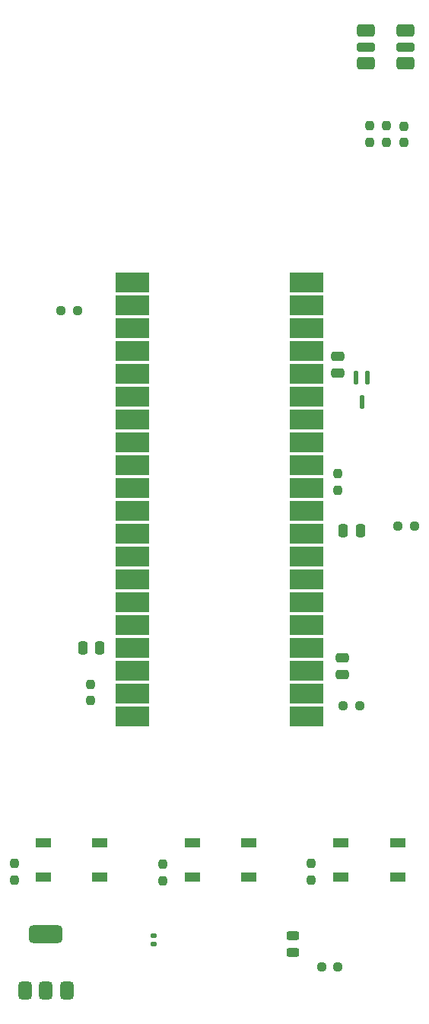
<source format=gbr>
%TF.GenerationSoftware,KiCad,Pcbnew,9.0.3*%
%TF.CreationDate,2025-07-21T12:15:00+10:00*%
%TF.ProjectId,light_control_sched,6c696768-745f-4636-9f6e-74726f6c5f73,rev?*%
%TF.SameCoordinates,Original*%
%TF.FileFunction,Paste,Top*%
%TF.FilePolarity,Positive*%
%FSLAX46Y46*%
G04 Gerber Fmt 4.6, Leading zero omitted, Abs format (unit mm)*
G04 Created by KiCad (PCBNEW 9.0.3) date 2025-07-21 12:15:00*
%MOMM*%
%LPD*%
G01*
G04 APERTURE LIST*
G04 Aperture macros list*
%AMRoundRect*
0 Rectangle with rounded corners*
0 $1 Rounding radius*
0 $2 $3 $4 $5 $6 $7 $8 $9 X,Y pos of 4 corners*
0 Add a 4 corners polygon primitive as box body*
4,1,4,$2,$3,$4,$5,$6,$7,$8,$9,$2,$3,0*
0 Add four circle primitives for the rounded corners*
1,1,$1+$1,$2,$3*
1,1,$1+$1,$4,$5*
1,1,$1+$1,$6,$7*
1,1,$1+$1,$8,$9*
0 Add four rect primitives between the rounded corners*
20,1,$1+$1,$2,$3,$4,$5,0*
20,1,$1+$1,$4,$5,$6,$7,0*
20,1,$1+$1,$6,$7,$8,$9,0*
20,1,$1+$1,$8,$9,$2,$3,0*%
G04 Aperture macros list end*
%ADD10RoundRect,0.237500X-0.237500X0.250000X-0.237500X-0.250000X0.237500X-0.250000X0.237500X0.250000X0*%
%ADD11RoundRect,0.237500X0.250000X0.237500X-0.250000X0.237500X-0.250000X-0.237500X0.250000X-0.237500X0*%
%ADD12RoundRect,0.147500X0.172500X-0.147500X0.172500X0.147500X-0.172500X0.147500X-0.172500X-0.147500X0*%
%ADD13RoundRect,0.375000X0.375000X-0.625000X0.375000X0.625000X-0.375000X0.625000X-0.375000X-0.625000X0*%
%ADD14RoundRect,0.500000X1.400000X-0.500000X1.400000X0.500000X-1.400000X0.500000X-1.400000X-0.500000X0*%
%ADD15R,1.700000X1.000000*%
%ADD16RoundRect,0.250000X-0.475000X0.250000X-0.475000X-0.250000X0.475000X-0.250000X0.475000X0.250000X0*%
%ADD17R,3.800000X2.200000*%
%ADD18RoundRect,0.243750X-0.456250X0.243750X-0.456250X-0.243750X0.456250X-0.243750X0.456250X0.243750X0*%
%ADD19RoundRect,0.237500X-0.250000X-0.237500X0.250000X-0.237500X0.250000X0.237500X-0.250000X0.237500X0*%
%ADD20RoundRect,0.237500X0.237500X-0.250000X0.237500X0.250000X-0.237500X0.250000X-0.237500X-0.250000X0*%
%ADD21RoundRect,0.350000X-0.650000X-0.350000X0.650000X-0.350000X0.650000X0.350000X-0.650000X0.350000X0*%
%ADD22RoundRect,0.250000X-0.750000X-0.250000X0.750000X-0.250000X0.750000X0.250000X-0.750000X0.250000X0*%
%ADD23RoundRect,0.112500X0.112500X0.637500X-0.112500X0.637500X-0.112500X-0.637500X0.112500X-0.637500X0*%
%ADD24RoundRect,0.250000X-0.250000X-0.475000X0.250000X-0.475000X0.250000X0.475000X-0.250000X0.475000X0*%
G04 APERTURE END LIST*
D10*
%TO.C,R5*%
X158500000Y-84175000D03*
X158500000Y-86000000D03*
%TD*%
D11*
%TO.C,R7*%
X158500000Y-139000000D03*
X156675000Y-139000000D03*
%TD*%
%TO.C,R1*%
X129500000Y-66000000D03*
X127675000Y-66000000D03*
%TD*%
D12*
%TO.C,F1*%
X137985000Y-136485000D03*
X137985000Y-135515000D03*
%TD*%
D10*
%TO.C,R8*%
X163912500Y-45483391D03*
X163912500Y-47308391D03*
%TD*%
D13*
%TO.C,U1*%
X128300000Y-141650000D03*
D14*
X126000000Y-135350000D03*
D13*
X126000000Y-141650000D03*
X123700000Y-141650000D03*
%TD*%
D15*
%TO.C,SW3*%
X165150000Y-129000000D03*
X158850000Y-129000000D03*
X165150000Y-125200000D03*
X158850000Y-125200000D03*
%TD*%
D16*
%TO.C,C1*%
X159000000Y-104600000D03*
X159000000Y-106500000D03*
%TD*%
%TO.C,C4*%
X158500000Y-71100000D03*
X158500000Y-73000000D03*
%TD*%
D10*
%TO.C,R4*%
X122500000Y-129325000D03*
X122500000Y-127500000D03*
%TD*%
D17*
%TO.C,A1*%
X135620000Y-62860000D03*
X135620000Y-65400000D03*
X135620000Y-67940000D03*
X135620000Y-70480000D03*
X135620000Y-73020000D03*
X135620000Y-75560000D03*
X135620000Y-78100000D03*
X135620000Y-80640000D03*
X135620000Y-83180000D03*
X135620000Y-85720000D03*
X135620000Y-88260000D03*
X135620000Y-90800000D03*
X135620000Y-93340000D03*
X135620000Y-95880000D03*
X135620000Y-98420000D03*
X135620000Y-100960000D03*
X135620000Y-103500000D03*
X135620000Y-106040000D03*
X135620000Y-108580000D03*
X135620000Y-111120000D03*
X155000000Y-62860000D03*
X155000000Y-65400000D03*
X155000000Y-67940000D03*
X155000000Y-70480000D03*
X155000000Y-73020000D03*
X155000000Y-75560000D03*
X155000000Y-78100000D03*
X155000000Y-80640000D03*
X155000000Y-83180000D03*
X155000000Y-85720000D03*
X155000000Y-88260000D03*
X155000000Y-90800000D03*
X155000000Y-93340000D03*
X155000000Y-95880000D03*
X155000000Y-98420000D03*
X155000000Y-100960000D03*
X155000000Y-103500000D03*
X155000000Y-106040000D03*
X155000000Y-108580000D03*
X155000000Y-111120000D03*
%TD*%
D18*
%TO.C,D2*%
X153500000Y-135562500D03*
X153500000Y-137437500D03*
%TD*%
D10*
%TO.C,R6*%
X161997723Y-45472930D03*
X161997723Y-47297930D03*
%TD*%
D19*
%TO.C,R10*%
X165175000Y-90000000D03*
X167000000Y-90000000D03*
%TD*%
D20*
%TO.C,R2*%
X139000000Y-129412500D03*
X139000000Y-127587500D03*
%TD*%
D21*
%TO.C,D3*%
X161600000Y-34900000D03*
D22*
X161600000Y-36700000D03*
D21*
X161600000Y-38500000D03*
X166000000Y-38500000D03*
D22*
X166000000Y-36700000D03*
D21*
X166000000Y-34900000D03*
%TD*%
D19*
%TO.C,R11*%
X159087500Y-110000000D03*
X160912500Y-110000000D03*
%TD*%
D15*
%TO.C,SW2*%
X142275000Y-125200000D03*
X148575000Y-125200000D03*
X142275000Y-129000000D03*
X148575000Y-129000000D03*
%TD*%
D10*
%TO.C,R3*%
X155500000Y-127500000D03*
X155500000Y-129325000D03*
%TD*%
D15*
%TO.C,SW1*%
X132000000Y-129000000D03*
X125700000Y-129000000D03*
X132000000Y-125200000D03*
X125700000Y-125200000D03*
%TD*%
D20*
%TO.C,R12*%
X131000000Y-109412500D03*
X131000000Y-107587500D03*
%TD*%
D23*
%TO.C,Q1*%
X161800000Y-73500000D03*
X160500000Y-73500000D03*
X161150000Y-76160000D03*
%TD*%
D10*
%TO.C,R9*%
X165840632Y-45500000D03*
X165840632Y-47325000D03*
%TD*%
D24*
%TO.C,C3*%
X130100000Y-103500000D03*
X132000000Y-103500000D03*
%TD*%
%TO.C,C2*%
X159100000Y-90500000D03*
X161000000Y-90500000D03*
%TD*%
M02*

</source>
